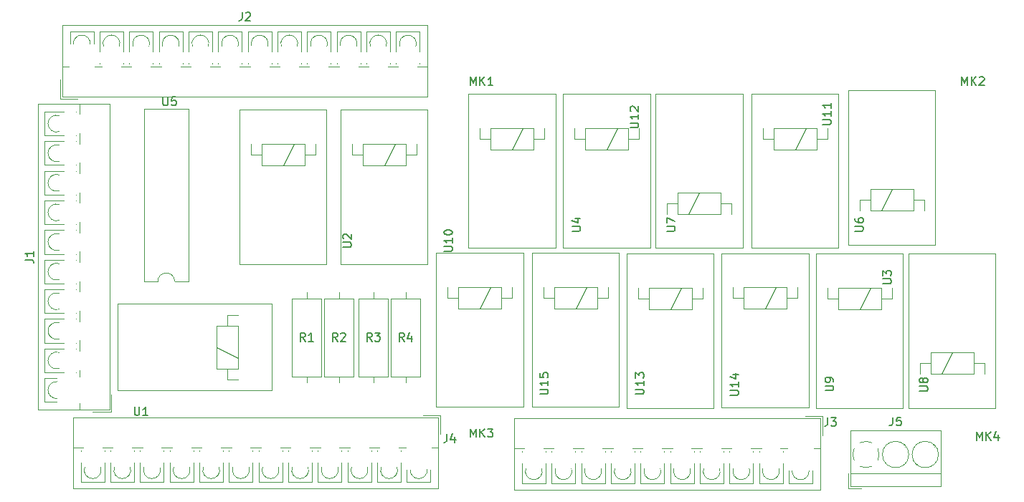
<source format=gto>
G04 #@! TF.GenerationSoftware,KiCad,Pcbnew,(5.1.5)-3*
G04 #@! TF.CreationDate,2020-02-21T15:06:44+08:00*
G04 #@! TF.ProjectId,Test,54657374-2e6b-4696-9361-645f70636258,rev?*
G04 #@! TF.SameCoordinates,Original*
G04 #@! TF.FileFunction,Legend,Top*
G04 #@! TF.FilePolarity,Positive*
%FSLAX46Y46*%
G04 Gerber Fmt 4.6, Leading zero omitted, Abs format (unit mm)*
G04 Created by KiCad (PCBNEW (5.1.5)-3) date 2020-02-21 15:06:44*
%MOMM*%
%LPD*%
G04 APERTURE LIST*
%ADD10C,0.120000*%
%ADD11C,0.150000*%
G04 APERTURE END LIST*
D10*
X153762000Y-103211000D02*
X155762000Y-103211000D01*
X153762000Y-100971000D02*
X153762000Y-103211000D01*
X196212000Y-99000000D02*
X196212000Y-99061000D01*
X196212000Y-95311000D02*
X196212000Y-97622000D01*
X193412000Y-99000000D02*
X193412000Y-99061000D01*
X193412000Y-95311000D02*
X193412000Y-97622000D01*
X196212000Y-99061000D02*
X196212000Y-99061000D01*
X193412000Y-99061000D02*
X193413000Y-99061000D01*
X193412000Y-95311000D02*
X196212000Y-95311000D01*
X192712000Y-99000000D02*
X192712000Y-99061000D01*
X192712000Y-95311000D02*
X192712000Y-97622000D01*
X189912000Y-99000000D02*
X189912000Y-99061000D01*
X189912000Y-95311000D02*
X189912000Y-97622000D01*
X192712000Y-99061000D02*
X192712000Y-99061000D01*
X189912000Y-99061000D02*
X189913000Y-99061000D01*
X189912000Y-95311000D02*
X192712000Y-95311000D01*
X189212000Y-99000000D02*
X189212000Y-99061000D01*
X189212000Y-95311000D02*
X189212000Y-97622000D01*
X186412000Y-99000000D02*
X186412000Y-99061000D01*
X186412000Y-95311000D02*
X186412000Y-97622000D01*
X189212000Y-99061000D02*
X189212000Y-99061000D01*
X186412000Y-99061000D02*
X186413000Y-99061000D01*
X186412000Y-95311000D02*
X189212000Y-95311000D01*
X185712000Y-99000000D02*
X185712000Y-99061000D01*
X185712000Y-95311000D02*
X185712000Y-97622000D01*
X182912000Y-99000000D02*
X182912000Y-99061000D01*
X182912000Y-95311000D02*
X182912000Y-97622000D01*
X185712000Y-99061000D02*
X185712000Y-99061000D01*
X182912000Y-99061000D02*
X182913000Y-99061000D01*
X182912000Y-95311000D02*
X185712000Y-95311000D01*
X182212000Y-99000000D02*
X182212000Y-99061000D01*
X182212000Y-95311000D02*
X182212000Y-97622000D01*
X179412000Y-99000000D02*
X179412000Y-99061000D01*
X179412000Y-95311000D02*
X179412000Y-97622000D01*
X182212000Y-99061000D02*
X182212000Y-99061000D01*
X179412000Y-99061000D02*
X179413000Y-99061000D01*
X179412000Y-95311000D02*
X182212000Y-95311000D01*
X178712000Y-99000000D02*
X178712000Y-99061000D01*
X178712000Y-95311000D02*
X178712000Y-97622000D01*
X175912000Y-99000000D02*
X175912000Y-99061000D01*
X175912000Y-95311000D02*
X175912000Y-97622000D01*
X178712000Y-99061000D02*
X178712000Y-99061000D01*
X175912000Y-99061000D02*
X175913000Y-99061000D01*
X175912000Y-95311000D02*
X178712000Y-95311000D01*
X175212000Y-99000000D02*
X175212000Y-99061000D01*
X175212000Y-95311000D02*
X175212000Y-97622000D01*
X172413000Y-99000000D02*
X172413000Y-99061000D01*
X172413000Y-95311000D02*
X172413000Y-97622000D01*
X175212000Y-99061000D02*
X175212000Y-99061000D01*
X172413000Y-99061000D02*
X172413000Y-99061000D01*
X172413000Y-95311000D02*
X175212000Y-95311000D01*
X171712000Y-99000000D02*
X171712000Y-99061000D01*
X171712000Y-95311000D02*
X171712000Y-97622000D01*
X168912000Y-99000000D02*
X168912000Y-99061000D01*
X168912000Y-95311000D02*
X168912000Y-97622000D01*
X171712000Y-99061000D02*
X171712000Y-99061000D01*
X168912000Y-99061000D02*
X168913000Y-99061000D01*
X168912000Y-95311000D02*
X171712000Y-95311000D01*
X168212000Y-99000000D02*
X168212000Y-99061000D01*
X168212000Y-95311000D02*
X168212000Y-97622000D01*
X165412000Y-99000000D02*
X165412000Y-99061000D01*
X165412000Y-95311000D02*
X165412000Y-97622000D01*
X168212000Y-99061000D02*
X168212000Y-99061000D01*
X165412000Y-99061000D02*
X165413000Y-99061000D01*
X165412000Y-95311000D02*
X168212000Y-95311000D01*
X164712000Y-99000000D02*
X164712000Y-99061000D01*
X164712000Y-95311000D02*
X164712000Y-97622000D01*
X161912000Y-99000000D02*
X161912000Y-99061000D01*
X161912000Y-95311000D02*
X161912000Y-97622000D01*
X164712000Y-99061000D02*
X164712000Y-99061000D01*
X161912000Y-99061000D02*
X161913000Y-99061000D01*
X161912000Y-95311000D02*
X164712000Y-95311000D01*
X161212000Y-99000000D02*
X161212000Y-99061000D01*
X161212000Y-95311000D02*
X161212000Y-97622000D01*
X158412000Y-99000000D02*
X158412000Y-99061000D01*
X158412000Y-95311000D02*
X158412000Y-97622000D01*
X161212000Y-99061000D02*
X161212000Y-99061000D01*
X158412000Y-99061000D02*
X158413000Y-99061000D01*
X158412000Y-95311000D02*
X161212000Y-95311000D01*
X157712000Y-95311000D02*
X157712000Y-96771000D01*
X154912000Y-95311000D02*
X154912000Y-96771000D01*
X154912000Y-95311000D02*
X157712000Y-95311000D01*
X197122000Y-94551000D02*
X197122000Y-102971000D01*
X154002000Y-94551000D02*
X154002000Y-102971000D01*
X154002000Y-102971000D02*
X197122000Y-102971000D01*
X154002000Y-94551000D02*
X197122000Y-94551000D01*
X195946000Y-99412000D02*
X197122000Y-99412000D01*
X192446000Y-99412000D02*
X193679000Y-99412000D01*
X188946000Y-99412000D02*
X190179000Y-99412000D01*
X185446000Y-99412000D02*
X186679000Y-99412000D01*
X181946000Y-99412000D02*
X183179000Y-99412000D01*
X178446000Y-99412000D02*
X179679000Y-99412000D01*
X174946000Y-99412000D02*
X176179000Y-99412000D01*
X171446000Y-99412000D02*
X172679000Y-99412000D01*
X167946000Y-99412000D02*
X169179000Y-99412000D01*
X164446000Y-99412000D02*
X165679000Y-99412000D01*
X160946000Y-99412000D02*
X162179000Y-99412000D01*
X157852000Y-99412000D02*
X158679000Y-99412000D01*
X154002000Y-99412000D02*
X154772000Y-99412000D01*
X193872085Y-97053233D02*
G75*
G02X195752000Y-97053000I939915J342233D01*
G01*
X190372085Y-97053233D02*
G75*
G02X192252000Y-97053000I939915J342233D01*
G01*
X186872085Y-97053233D02*
G75*
G02X188752000Y-97053000I939915J342233D01*
G01*
X183372085Y-97053233D02*
G75*
G02X185252000Y-97053000I939915J342233D01*
G01*
X179872085Y-97053233D02*
G75*
G02X181752000Y-97053000I939915J342233D01*
G01*
X176372085Y-97053233D02*
G75*
G02X178252000Y-97053000I939915J342233D01*
G01*
X172872085Y-97053233D02*
G75*
G02X174752000Y-97053000I939915J342233D01*
G01*
X169372085Y-97053233D02*
G75*
G02X171252000Y-97053000I939915J342233D01*
G01*
X165872085Y-97053233D02*
G75*
G02X167752000Y-97053000I939915J342233D01*
G01*
X162372085Y-97053233D02*
G75*
G02X164252000Y-97053000I939915J342233D01*
G01*
X158872085Y-97053233D02*
G75*
G02X160752000Y-97053000I939915J342233D01*
G01*
X155314110Y-96781566D02*
G75*
G02X157310000Y-96780000I997890J70566D01*
G01*
X253905000Y-139816000D02*
X264205000Y-139816000D01*
X253905000Y-121576000D02*
X253905000Y-139816000D01*
X264205000Y-121576000D02*
X253905000Y-121576000D01*
X253905000Y-121576000D02*
X253905000Y-139816000D01*
X264205000Y-139816000D02*
X264205000Y-121576000D01*
X256515000Y-135776000D02*
X256515000Y-134506000D01*
X261595000Y-135776000D02*
X256515000Y-135776000D01*
X261595000Y-133236000D02*
X261595000Y-135776000D01*
X256515000Y-133236000D02*
X261595000Y-133236000D01*
X256515000Y-134506000D02*
X256515000Y-133236000D01*
X255245000Y-134506000D02*
X256515000Y-134506000D01*
X255245000Y-135776000D02*
X255245000Y-134506000D01*
X262865000Y-134506000D02*
X262865000Y-135776000D01*
X261595000Y-134506000D02*
X262865000Y-134506000D01*
X257785000Y-135776000D02*
X259055000Y-133236000D01*
X163631500Y-124850500D02*
X165281500Y-124850500D01*
X163631500Y-104410500D02*
X163631500Y-124850500D01*
X168931500Y-104410500D02*
X163631500Y-104410500D01*
X168931500Y-124850500D02*
X168931500Y-104410500D01*
X167281500Y-124850500D02*
X168931500Y-124850500D01*
X165281500Y-124850500D02*
G75*
G02X167281500Y-124850500I1000000J0D01*
G01*
X194539000Y-126148000D02*
X194539000Y-126838000D01*
X194539000Y-136768000D02*
X194539000Y-136078000D01*
X192819000Y-126838000D02*
X192819000Y-136078000D01*
X196259000Y-126838000D02*
X192819000Y-126838000D01*
X196259000Y-136078000D02*
X196259000Y-126838000D01*
X192819000Y-136078000D02*
X196259000Y-136078000D01*
X190729000Y-126148000D02*
X190729000Y-126838000D01*
X190729000Y-136768000D02*
X190729000Y-136078000D01*
X189009000Y-126838000D02*
X189009000Y-136078000D01*
X192449000Y-126838000D02*
X189009000Y-126838000D01*
X192449000Y-136078000D02*
X192449000Y-126838000D01*
X189009000Y-136078000D02*
X192449000Y-136078000D01*
X185211000Y-104558000D02*
X174911000Y-104558000D01*
X185211000Y-122798000D02*
X185211000Y-104558000D01*
X174911000Y-122798000D02*
X185211000Y-122798000D01*
X185211000Y-122798000D02*
X185211000Y-104558000D01*
X174911000Y-104558000D02*
X174911000Y-122798000D01*
X182601000Y-108598000D02*
X182601000Y-109868000D01*
X177521000Y-108598000D02*
X182601000Y-108598000D01*
X177521000Y-111138000D02*
X177521000Y-108598000D01*
X182601000Y-111138000D02*
X177521000Y-111138000D01*
X182601000Y-109868000D02*
X182601000Y-111138000D01*
X183871000Y-109868000D02*
X182601000Y-109868000D01*
X183871000Y-108598000D02*
X183871000Y-109868000D01*
X176251000Y-109868000D02*
X176251000Y-108598000D01*
X177521000Y-109868000D02*
X176251000Y-109868000D01*
X181331000Y-108598000D02*
X180061000Y-111138000D01*
X208452000Y-121449000D02*
X198152000Y-121449000D01*
X208452000Y-139689000D02*
X208452000Y-121449000D01*
X198152000Y-139689000D02*
X208452000Y-139689000D01*
X208452000Y-139689000D02*
X208452000Y-121449000D01*
X198152000Y-121449000D02*
X198152000Y-139689000D01*
X205842000Y-125489000D02*
X205842000Y-126759000D01*
X200762000Y-125489000D02*
X205842000Y-125489000D01*
X200762000Y-128029000D02*
X200762000Y-125489000D01*
X205842000Y-128029000D02*
X200762000Y-128029000D01*
X205842000Y-126759000D02*
X205842000Y-128029000D01*
X207112000Y-126759000D02*
X205842000Y-126759000D01*
X207112000Y-125489000D02*
X207112000Y-126759000D01*
X199492000Y-126759000D02*
X199492000Y-125489000D01*
X200762000Y-126759000D02*
X199492000Y-126759000D01*
X204572000Y-125489000D02*
X203302000Y-128029000D01*
X230931000Y-121576000D02*
X220631000Y-121576000D01*
X230931000Y-139816000D02*
X230931000Y-121576000D01*
X220631000Y-139816000D02*
X230931000Y-139816000D01*
X230931000Y-139816000D02*
X230931000Y-121576000D01*
X220631000Y-121576000D02*
X220631000Y-139816000D01*
X228321000Y-125616000D02*
X228321000Y-126886000D01*
X223241000Y-125616000D02*
X228321000Y-125616000D01*
X223241000Y-128156000D02*
X223241000Y-125616000D01*
X228321000Y-128156000D02*
X223241000Y-128156000D01*
X228321000Y-126886000D02*
X228321000Y-128156000D01*
X229591000Y-126886000D02*
X228321000Y-126886000D01*
X229591000Y-125616000D02*
X229591000Y-126886000D01*
X221971000Y-126886000D02*
X221971000Y-125616000D01*
X223241000Y-126886000D02*
X221971000Y-126886000D01*
X227051000Y-125616000D02*
X225781000Y-128156000D01*
X219755000Y-121449000D02*
X209455000Y-121449000D01*
X219755000Y-139689000D02*
X219755000Y-121449000D01*
X209455000Y-139689000D02*
X219755000Y-139689000D01*
X219755000Y-139689000D02*
X219755000Y-121449000D01*
X209455000Y-121449000D02*
X209455000Y-139689000D01*
X217145000Y-125489000D02*
X217145000Y-126759000D01*
X212065000Y-125489000D02*
X217145000Y-125489000D01*
X212065000Y-128029000D02*
X212065000Y-125489000D01*
X217145000Y-128029000D02*
X212065000Y-128029000D01*
X217145000Y-126759000D02*
X217145000Y-128029000D01*
X218415000Y-126759000D02*
X217145000Y-126759000D01*
X218415000Y-125489000D02*
X218415000Y-126759000D01*
X210795000Y-126759000D02*
X210795000Y-125489000D01*
X212065000Y-126759000D02*
X210795000Y-126759000D01*
X215875000Y-125489000D02*
X214605000Y-128029000D01*
X224060000Y-120893000D02*
X234360000Y-120893000D01*
X224060000Y-102653000D02*
X224060000Y-120893000D01*
X234360000Y-102653000D02*
X224060000Y-102653000D01*
X224060000Y-102653000D02*
X224060000Y-120893000D01*
X234360000Y-120893000D02*
X234360000Y-102653000D01*
X226670000Y-116853000D02*
X226670000Y-115583000D01*
X231750000Y-116853000D02*
X226670000Y-116853000D01*
X231750000Y-114313000D02*
X231750000Y-116853000D01*
X226670000Y-114313000D02*
X231750000Y-114313000D01*
X226670000Y-115583000D02*
X226670000Y-114313000D01*
X225400000Y-115583000D02*
X226670000Y-115583000D01*
X225400000Y-116853000D02*
X225400000Y-115583000D01*
X233020000Y-115583000D02*
X233020000Y-116853000D01*
X231750000Y-115583000D02*
X233020000Y-115583000D01*
X227940000Y-116853000D02*
X229210000Y-114313000D01*
X246793000Y-120512000D02*
X257093000Y-120512000D01*
X246793000Y-102272000D02*
X246793000Y-120512000D01*
X257093000Y-102272000D02*
X246793000Y-102272000D01*
X246793000Y-102272000D02*
X246793000Y-120512000D01*
X257093000Y-120512000D02*
X257093000Y-102272000D01*
X249403000Y-116472000D02*
X249403000Y-115202000D01*
X254483000Y-116472000D02*
X249403000Y-116472000D01*
X254483000Y-113932000D02*
X254483000Y-116472000D01*
X249403000Y-113932000D02*
X254483000Y-113932000D01*
X249403000Y-115202000D02*
X249403000Y-113932000D01*
X248133000Y-115202000D02*
X249403000Y-115202000D01*
X248133000Y-116472000D02*
X248133000Y-115202000D01*
X255753000Y-115202000D02*
X255753000Y-116472000D01*
X254483000Y-115202000D02*
X255753000Y-115202000D01*
X250673000Y-116472000D02*
X251943000Y-113932000D01*
X197149000Y-104558000D02*
X186849000Y-104558000D01*
X197149000Y-122798000D02*
X197149000Y-104558000D01*
X186849000Y-122798000D02*
X197149000Y-122798000D01*
X197149000Y-122798000D02*
X197149000Y-104558000D01*
X186849000Y-104558000D02*
X186849000Y-122798000D01*
X194539000Y-108598000D02*
X194539000Y-109868000D01*
X189459000Y-108598000D02*
X194539000Y-108598000D01*
X189459000Y-111138000D02*
X189459000Y-108598000D01*
X194539000Y-111138000D02*
X189459000Y-111138000D01*
X194539000Y-109868000D02*
X194539000Y-111138000D01*
X195809000Y-109868000D02*
X194539000Y-109868000D01*
X195809000Y-108598000D02*
X195809000Y-109868000D01*
X188189000Y-109868000D02*
X188189000Y-108598000D01*
X189459000Y-109868000D02*
X188189000Y-109868000D01*
X193269000Y-108598000D02*
X191999000Y-111138000D01*
X242143000Y-121517000D02*
X231843000Y-121517000D01*
X242143000Y-139757000D02*
X242143000Y-121517000D01*
X231843000Y-139757000D02*
X242143000Y-139757000D01*
X242143000Y-139757000D02*
X242143000Y-121517000D01*
X231843000Y-121517000D02*
X231843000Y-139757000D01*
X239533000Y-125557000D02*
X239533000Y-126827000D01*
X234453000Y-125557000D02*
X239533000Y-125557000D01*
X234453000Y-128097000D02*
X234453000Y-125557000D01*
X239533000Y-128097000D02*
X234453000Y-128097000D01*
X239533000Y-126827000D02*
X239533000Y-128097000D01*
X240803000Y-126827000D02*
X239533000Y-126827000D01*
X240803000Y-125557000D02*
X240803000Y-126827000D01*
X233183000Y-126827000D02*
X233183000Y-125557000D01*
X234453000Y-126827000D02*
X233183000Y-126827000D01*
X238263000Y-125557000D02*
X236993000Y-128097000D01*
X253283000Y-121576000D02*
X242983000Y-121576000D01*
X253283000Y-139816000D02*
X253283000Y-121576000D01*
X242983000Y-139816000D02*
X253283000Y-139816000D01*
X253283000Y-139816000D02*
X253283000Y-121576000D01*
X242983000Y-121576000D02*
X242983000Y-139816000D01*
X250673000Y-125616000D02*
X250673000Y-126886000D01*
X245593000Y-125616000D02*
X250673000Y-125616000D01*
X245593000Y-128156000D02*
X245593000Y-125616000D01*
X250673000Y-128156000D02*
X245593000Y-128156000D01*
X250673000Y-126886000D02*
X250673000Y-128156000D01*
X251943000Y-126886000D02*
X250673000Y-126886000D01*
X251943000Y-125616000D02*
X251943000Y-126886000D01*
X244323000Y-126886000D02*
X244323000Y-125616000D01*
X245593000Y-126886000D02*
X244323000Y-126886000D01*
X249403000Y-125616000D02*
X248133000Y-128156000D01*
X223438000Y-102653000D02*
X213138000Y-102653000D01*
X223438000Y-120893000D02*
X223438000Y-102653000D01*
X213138000Y-120893000D02*
X223438000Y-120893000D01*
X223438000Y-120893000D02*
X223438000Y-102653000D01*
X213138000Y-102653000D02*
X213138000Y-120893000D01*
X220828000Y-106693000D02*
X220828000Y-107963000D01*
X215748000Y-106693000D02*
X220828000Y-106693000D01*
X215748000Y-109233000D02*
X215748000Y-106693000D01*
X220828000Y-109233000D02*
X215748000Y-109233000D01*
X220828000Y-107963000D02*
X220828000Y-109233000D01*
X222098000Y-107963000D02*
X220828000Y-107963000D01*
X222098000Y-106693000D02*
X222098000Y-107963000D01*
X214478000Y-107963000D02*
X214478000Y-106693000D01*
X215748000Y-107963000D02*
X214478000Y-107963000D01*
X219558000Y-106693000D02*
X218288000Y-109233000D01*
X245663000Y-102653000D02*
X235363000Y-102653000D01*
X245663000Y-120893000D02*
X245663000Y-102653000D01*
X235363000Y-120893000D02*
X245663000Y-120893000D01*
X245663000Y-120893000D02*
X245663000Y-102653000D01*
X235363000Y-102653000D02*
X235363000Y-120893000D01*
X243053000Y-106693000D02*
X243053000Y-107963000D01*
X237973000Y-106693000D02*
X243053000Y-106693000D01*
X237973000Y-109233000D02*
X237973000Y-106693000D01*
X243053000Y-109233000D02*
X237973000Y-109233000D01*
X243053000Y-107963000D02*
X243053000Y-109233000D01*
X244323000Y-107963000D02*
X243053000Y-107963000D01*
X244323000Y-106693000D02*
X244323000Y-107963000D01*
X236703000Y-107963000D02*
X236703000Y-106693000D01*
X237973000Y-107963000D02*
X236703000Y-107963000D01*
X241783000Y-106693000D02*
X240513000Y-109233000D01*
X212262000Y-102653000D02*
X201962000Y-102653000D01*
X212262000Y-120893000D02*
X212262000Y-102653000D01*
X201962000Y-120893000D02*
X212262000Y-120893000D01*
X212262000Y-120893000D02*
X212262000Y-102653000D01*
X201962000Y-102653000D02*
X201962000Y-120893000D01*
X209652000Y-106693000D02*
X209652000Y-107963000D01*
X204572000Y-106693000D02*
X209652000Y-106693000D01*
X204572000Y-109233000D02*
X204572000Y-106693000D01*
X209652000Y-109233000D02*
X204572000Y-109233000D01*
X209652000Y-107963000D02*
X209652000Y-109233000D01*
X210922000Y-107963000D02*
X209652000Y-107963000D01*
X210922000Y-106693000D02*
X210922000Y-107963000D01*
X203302000Y-107963000D02*
X203302000Y-106693000D01*
X204572000Y-107963000D02*
X203302000Y-107963000D01*
X208382000Y-106693000D02*
X207112000Y-109233000D01*
X178767000Y-137751000D02*
X178767000Y-127451000D01*
X160527000Y-137751000D02*
X178767000Y-137751000D01*
X160527000Y-127451000D02*
X160527000Y-137751000D01*
X160527000Y-137751000D02*
X178767000Y-137751000D01*
X178767000Y-127451000D02*
X160527000Y-127451000D01*
X174727000Y-135141000D02*
X173457000Y-135141000D01*
X174727000Y-130061000D02*
X174727000Y-135141000D01*
X172187000Y-130061000D02*
X174727000Y-130061000D01*
X172187000Y-135141000D02*
X172187000Y-130061000D01*
X173457000Y-135141000D02*
X172187000Y-135141000D01*
X173457000Y-136411000D02*
X173457000Y-135141000D01*
X174727000Y-136411000D02*
X173457000Y-136411000D01*
X173457000Y-128791000D02*
X174727000Y-128791000D01*
X173457000Y-130061000D02*
X173457000Y-128791000D01*
X174727000Y-133871000D02*
X172187000Y-132601000D01*
X198643000Y-140655000D02*
X196643000Y-140655000D01*
X198643000Y-142895000D02*
X198643000Y-140655000D01*
X156193000Y-144866000D02*
X156193000Y-144805000D01*
X156193000Y-148555000D02*
X156193000Y-146244000D01*
X158993000Y-144866000D02*
X158993000Y-144805000D01*
X158993000Y-148555000D02*
X158993000Y-146244000D01*
X156193000Y-144805000D02*
X156193000Y-144805000D01*
X158993000Y-144805000D02*
X158992000Y-144805000D01*
X158993000Y-148555000D02*
X156193000Y-148555000D01*
X159693000Y-144866000D02*
X159693000Y-144805000D01*
X159693000Y-148555000D02*
X159693000Y-146244000D01*
X162493000Y-144866000D02*
X162493000Y-144805000D01*
X162493000Y-148555000D02*
X162493000Y-146244000D01*
X159693000Y-144805000D02*
X159693000Y-144805000D01*
X162493000Y-144805000D02*
X162492000Y-144805000D01*
X162493000Y-148555000D02*
X159693000Y-148555000D01*
X163193000Y-144866000D02*
X163193000Y-144805000D01*
X163193000Y-148555000D02*
X163193000Y-146244000D01*
X165993000Y-144866000D02*
X165993000Y-144805000D01*
X165993000Y-148555000D02*
X165993000Y-146244000D01*
X163193000Y-144805000D02*
X163193000Y-144805000D01*
X165993000Y-144805000D02*
X165992000Y-144805000D01*
X165993000Y-148555000D02*
X163193000Y-148555000D01*
X166693000Y-144866000D02*
X166693000Y-144805000D01*
X166693000Y-148555000D02*
X166693000Y-146244000D01*
X169493000Y-144866000D02*
X169493000Y-144805000D01*
X169493000Y-148555000D02*
X169493000Y-146244000D01*
X166693000Y-144805000D02*
X166693000Y-144805000D01*
X169493000Y-144805000D02*
X169492000Y-144805000D01*
X169493000Y-148555000D02*
X166693000Y-148555000D01*
X170193000Y-144866000D02*
X170193000Y-144805000D01*
X170193000Y-148555000D02*
X170193000Y-146244000D01*
X172993000Y-144866000D02*
X172993000Y-144805000D01*
X172993000Y-148555000D02*
X172993000Y-146244000D01*
X170193000Y-144805000D02*
X170193000Y-144805000D01*
X172993000Y-144805000D02*
X172992000Y-144805000D01*
X172993000Y-148555000D02*
X170193000Y-148555000D01*
X173693000Y-144866000D02*
X173693000Y-144805000D01*
X173693000Y-148555000D02*
X173693000Y-146244000D01*
X176493000Y-144866000D02*
X176493000Y-144805000D01*
X176493000Y-148555000D02*
X176493000Y-146244000D01*
X173693000Y-144805000D02*
X173693000Y-144805000D01*
X176493000Y-144805000D02*
X176492000Y-144805000D01*
X176493000Y-148555000D02*
X173693000Y-148555000D01*
X177193000Y-144866000D02*
X177193000Y-144805000D01*
X177193000Y-148555000D02*
X177193000Y-146244000D01*
X179992000Y-144866000D02*
X179992000Y-144805000D01*
X179992000Y-148555000D02*
X179992000Y-146244000D01*
X177193000Y-144805000D02*
X177193000Y-144805000D01*
X179992000Y-144805000D02*
X179992000Y-144805000D01*
X179992000Y-148555000D02*
X177193000Y-148555000D01*
X180693000Y-144866000D02*
X180693000Y-144805000D01*
X180693000Y-148555000D02*
X180693000Y-146244000D01*
X183493000Y-144866000D02*
X183493000Y-144805000D01*
X183493000Y-148555000D02*
X183493000Y-146244000D01*
X180693000Y-144805000D02*
X180693000Y-144805000D01*
X183493000Y-144805000D02*
X183492000Y-144805000D01*
X183493000Y-148555000D02*
X180693000Y-148555000D01*
X184193000Y-144866000D02*
X184193000Y-144805000D01*
X184193000Y-148555000D02*
X184193000Y-146244000D01*
X186993000Y-144866000D02*
X186993000Y-144805000D01*
X186993000Y-148555000D02*
X186993000Y-146244000D01*
X184193000Y-144805000D02*
X184193000Y-144805000D01*
X186993000Y-144805000D02*
X186992000Y-144805000D01*
X186993000Y-148555000D02*
X184193000Y-148555000D01*
X187693000Y-144866000D02*
X187693000Y-144805000D01*
X187693000Y-148555000D02*
X187693000Y-146244000D01*
X190493000Y-144866000D02*
X190493000Y-144805000D01*
X190493000Y-148555000D02*
X190493000Y-146244000D01*
X187693000Y-144805000D02*
X187693000Y-144805000D01*
X190493000Y-144805000D02*
X190492000Y-144805000D01*
X190493000Y-148555000D02*
X187693000Y-148555000D01*
X191193000Y-144866000D02*
X191193000Y-144805000D01*
X191193000Y-148555000D02*
X191193000Y-146244000D01*
X193993000Y-144866000D02*
X193993000Y-144805000D01*
X193993000Y-148555000D02*
X193993000Y-146244000D01*
X191193000Y-144805000D02*
X191193000Y-144805000D01*
X193993000Y-144805000D02*
X193992000Y-144805000D01*
X193993000Y-148555000D02*
X191193000Y-148555000D01*
X194693000Y-148555000D02*
X194693000Y-147095000D01*
X197493000Y-148555000D02*
X197493000Y-147095000D01*
X197493000Y-148555000D02*
X194693000Y-148555000D01*
X155283000Y-149315000D02*
X155283000Y-140895000D01*
X198403000Y-149315000D02*
X198403000Y-140895000D01*
X198403000Y-140895000D02*
X155283000Y-140895000D01*
X198403000Y-149315000D02*
X155283000Y-149315000D01*
X156459000Y-144454000D02*
X155283000Y-144454000D01*
X159959000Y-144454000D02*
X158726000Y-144454000D01*
X163459000Y-144454000D02*
X162226000Y-144454000D01*
X166959000Y-144454000D02*
X165726000Y-144454000D01*
X170459000Y-144454000D02*
X169226000Y-144454000D01*
X173959000Y-144454000D02*
X172726000Y-144454000D01*
X177459000Y-144454000D02*
X176226000Y-144454000D01*
X180959000Y-144454000D02*
X179726000Y-144454000D01*
X184459000Y-144454000D02*
X183226000Y-144454000D01*
X187959000Y-144454000D02*
X186726000Y-144454000D01*
X191459000Y-144454000D02*
X190226000Y-144454000D01*
X194553000Y-144454000D02*
X193726000Y-144454000D01*
X198403000Y-144454000D02*
X197633000Y-144454000D01*
X158532915Y-146812767D02*
G75*
G02X156653000Y-146813000I-939915J-342233D01*
G01*
X162032915Y-146812767D02*
G75*
G02X160153000Y-146813000I-939915J-342233D01*
G01*
X165532915Y-146812767D02*
G75*
G02X163653000Y-146813000I-939915J-342233D01*
G01*
X169032915Y-146812767D02*
G75*
G02X167153000Y-146813000I-939915J-342233D01*
G01*
X172532915Y-146812767D02*
G75*
G02X170653000Y-146813000I-939915J-342233D01*
G01*
X176032915Y-146812767D02*
G75*
G02X174153000Y-146813000I-939915J-342233D01*
G01*
X179532915Y-146812767D02*
G75*
G02X177653000Y-146813000I-939915J-342233D01*
G01*
X183032915Y-146812767D02*
G75*
G02X181153000Y-146813000I-939915J-342233D01*
G01*
X186532915Y-146812767D02*
G75*
G02X184653000Y-146813000I-939915J-342233D01*
G01*
X190032915Y-146812767D02*
G75*
G02X188153000Y-146813000I-939915J-342233D01*
G01*
X193532915Y-146812767D02*
G75*
G02X191653000Y-146813000I-939915J-342233D01*
G01*
X197090890Y-147084434D02*
G75*
G02X195095000Y-147086000I-997890J-70566D01*
G01*
X243728000Y-140782000D02*
X241728000Y-140782000D01*
X243728000Y-143022000D02*
X243728000Y-140782000D01*
X208278000Y-144993000D02*
X208278000Y-144932000D01*
X208278000Y-148682000D02*
X208278000Y-146371000D01*
X211078000Y-144993000D02*
X211078000Y-144932000D01*
X211078000Y-148682000D02*
X211078000Y-146371000D01*
X208278000Y-144932000D02*
X208278000Y-144932000D01*
X211078000Y-144932000D02*
X211077000Y-144932000D01*
X211078000Y-148682000D02*
X208278000Y-148682000D01*
X211778000Y-144993000D02*
X211778000Y-144932000D01*
X211778000Y-148682000D02*
X211778000Y-146371000D01*
X214578000Y-144993000D02*
X214578000Y-144932000D01*
X214578000Y-148682000D02*
X214578000Y-146371000D01*
X211778000Y-144932000D02*
X211778000Y-144932000D01*
X214578000Y-144932000D02*
X214577000Y-144932000D01*
X214578000Y-148682000D02*
X211778000Y-148682000D01*
X215278000Y-144993000D02*
X215278000Y-144932000D01*
X215278000Y-148682000D02*
X215278000Y-146371000D01*
X218078000Y-144993000D02*
X218078000Y-144932000D01*
X218078000Y-148682000D02*
X218078000Y-146371000D01*
X215278000Y-144932000D02*
X215278000Y-144932000D01*
X218078000Y-144932000D02*
X218077000Y-144932000D01*
X218078000Y-148682000D02*
X215278000Y-148682000D01*
X218778000Y-144993000D02*
X218778000Y-144932000D01*
X218778000Y-148682000D02*
X218778000Y-146371000D01*
X221578000Y-144993000D02*
X221578000Y-144932000D01*
X221578000Y-148682000D02*
X221578000Y-146371000D01*
X218778000Y-144932000D02*
X218778000Y-144932000D01*
X221578000Y-144932000D02*
X221577000Y-144932000D01*
X221578000Y-148682000D02*
X218778000Y-148682000D01*
X222278000Y-144993000D02*
X222278000Y-144932000D01*
X222278000Y-148682000D02*
X222278000Y-146371000D01*
X225077000Y-144993000D02*
X225077000Y-144932000D01*
X225077000Y-148682000D02*
X225077000Y-146371000D01*
X222278000Y-144932000D02*
X222278000Y-144932000D01*
X225077000Y-144932000D02*
X225077000Y-144932000D01*
X225077000Y-148682000D02*
X222278000Y-148682000D01*
X225778000Y-144993000D02*
X225778000Y-144932000D01*
X225778000Y-148682000D02*
X225778000Y-146371000D01*
X228578000Y-144993000D02*
X228578000Y-144932000D01*
X228578000Y-148682000D02*
X228578000Y-146371000D01*
X225778000Y-144932000D02*
X225778000Y-144932000D01*
X228578000Y-144932000D02*
X228577000Y-144932000D01*
X228578000Y-148682000D02*
X225778000Y-148682000D01*
X229278000Y-144993000D02*
X229278000Y-144932000D01*
X229278000Y-148682000D02*
X229278000Y-146371000D01*
X232078000Y-144993000D02*
X232078000Y-144932000D01*
X232078000Y-148682000D02*
X232078000Y-146371000D01*
X229278000Y-144932000D02*
X229278000Y-144932000D01*
X232078000Y-144932000D02*
X232077000Y-144932000D01*
X232078000Y-148682000D02*
X229278000Y-148682000D01*
X232778000Y-144993000D02*
X232778000Y-144932000D01*
X232778000Y-148682000D02*
X232778000Y-146371000D01*
X235578000Y-144993000D02*
X235578000Y-144932000D01*
X235578000Y-148682000D02*
X235578000Y-146371000D01*
X232778000Y-144932000D02*
X232778000Y-144932000D01*
X235578000Y-144932000D02*
X235577000Y-144932000D01*
X235578000Y-148682000D02*
X232778000Y-148682000D01*
X236278000Y-144993000D02*
X236278000Y-144932000D01*
X236278000Y-148682000D02*
X236278000Y-146371000D01*
X239078000Y-144993000D02*
X239078000Y-144932000D01*
X239078000Y-148682000D02*
X239078000Y-146371000D01*
X236278000Y-144932000D02*
X236278000Y-144932000D01*
X239078000Y-144932000D02*
X239077000Y-144932000D01*
X239078000Y-148682000D02*
X236278000Y-148682000D01*
X239778000Y-148682000D02*
X239778000Y-147222000D01*
X242578000Y-148682000D02*
X242578000Y-147222000D01*
X242578000Y-148682000D02*
X239778000Y-148682000D01*
X207368000Y-149442000D02*
X207368000Y-141022000D01*
X243488000Y-149442000D02*
X243488000Y-141022000D01*
X243488000Y-141022000D02*
X207368000Y-141022000D01*
X243488000Y-149442000D02*
X207368000Y-149442000D01*
X208544000Y-144581000D02*
X207368000Y-144581000D01*
X212044000Y-144581000D02*
X210811000Y-144581000D01*
X215544000Y-144581000D02*
X214311000Y-144581000D01*
X219044000Y-144581000D02*
X217811000Y-144581000D01*
X222544000Y-144581000D02*
X221311000Y-144581000D01*
X226044000Y-144581000D02*
X224811000Y-144581000D01*
X229544000Y-144581000D02*
X228311000Y-144581000D01*
X233044000Y-144581000D02*
X231811000Y-144581000D01*
X236544000Y-144581000D02*
X235311000Y-144581000D01*
X239638000Y-144581000D02*
X238811000Y-144581000D01*
X243488000Y-144581000D02*
X242718000Y-144581000D01*
X210617915Y-146939767D02*
G75*
G02X208738000Y-146940000I-939915J-342233D01*
G01*
X214117915Y-146939767D02*
G75*
G02X212238000Y-146940000I-939915J-342233D01*
G01*
X217617915Y-146939767D02*
G75*
G02X215738000Y-146940000I-939915J-342233D01*
G01*
X221117915Y-146939767D02*
G75*
G02X219238000Y-146940000I-939915J-342233D01*
G01*
X224617915Y-146939767D02*
G75*
G02X222738000Y-146940000I-939915J-342233D01*
G01*
X228117915Y-146939767D02*
G75*
G02X226238000Y-146940000I-939915J-342233D01*
G01*
X231617915Y-146939767D02*
G75*
G02X229738000Y-146940000I-939915J-342233D01*
G01*
X235117915Y-146939767D02*
G75*
G02X233238000Y-146940000I-939915J-342233D01*
G01*
X238617915Y-146939767D02*
G75*
G02X236738000Y-146940000I-939915J-342233D01*
G01*
X242175890Y-147211434D02*
G75*
G02X240180000Y-147213000I-997890J-70566D01*
G01*
X159815000Y-140231000D02*
X159815000Y-138231000D01*
X157575000Y-140231000D02*
X159815000Y-140231000D01*
X155604000Y-104781000D02*
X155665000Y-104781000D01*
X151915000Y-104781000D02*
X154226000Y-104781000D01*
X155604000Y-107581000D02*
X155665000Y-107581000D01*
X151915000Y-107581000D02*
X154226000Y-107581000D01*
X155665000Y-104781000D02*
X155665000Y-104781000D01*
X155665000Y-107581000D02*
X155665000Y-107580000D01*
X151915000Y-107581000D02*
X151915000Y-104781000D01*
X155604000Y-108281000D02*
X155665000Y-108281000D01*
X151915000Y-108281000D02*
X154226000Y-108281000D01*
X155604000Y-111081000D02*
X155665000Y-111081000D01*
X151915000Y-111081000D02*
X154226000Y-111081000D01*
X155665000Y-108281000D02*
X155665000Y-108281000D01*
X155665000Y-111081000D02*
X155665000Y-111080000D01*
X151915000Y-111081000D02*
X151915000Y-108281000D01*
X155604000Y-111781000D02*
X155665000Y-111781000D01*
X151915000Y-111781000D02*
X154226000Y-111781000D01*
X155604000Y-114581000D02*
X155665000Y-114581000D01*
X151915000Y-114581000D02*
X154226000Y-114581000D01*
X155665000Y-111781000D02*
X155665000Y-111781000D01*
X155665000Y-114581000D02*
X155665000Y-114580000D01*
X151915000Y-114581000D02*
X151915000Y-111781000D01*
X155604000Y-115281000D02*
X155665000Y-115281000D01*
X151915000Y-115281000D02*
X154226000Y-115281000D01*
X155604000Y-118081000D02*
X155665000Y-118081000D01*
X151915000Y-118081000D02*
X154226000Y-118081000D01*
X155665000Y-115281000D02*
X155665000Y-115281000D01*
X155665000Y-118081000D02*
X155665000Y-118080000D01*
X151915000Y-118081000D02*
X151915000Y-115281000D01*
X155604000Y-118781000D02*
X155665000Y-118781000D01*
X151915000Y-118781000D02*
X154226000Y-118781000D01*
X155604000Y-121580000D02*
X155665000Y-121580000D01*
X151915000Y-121580000D02*
X154226000Y-121580000D01*
X155665000Y-118781000D02*
X155665000Y-118781000D01*
X155665000Y-121580000D02*
X155665000Y-121580000D01*
X151915000Y-121580000D02*
X151915000Y-118781000D01*
X155604000Y-122281000D02*
X155665000Y-122281000D01*
X151915000Y-122281000D02*
X154226000Y-122281000D01*
X155604000Y-125081000D02*
X155665000Y-125081000D01*
X151915000Y-125081000D02*
X154226000Y-125081000D01*
X155665000Y-122281000D02*
X155665000Y-122281000D01*
X155665000Y-125081000D02*
X155665000Y-125080000D01*
X151915000Y-125081000D02*
X151915000Y-122281000D01*
X155604000Y-125781000D02*
X155665000Y-125781000D01*
X151915000Y-125781000D02*
X154226000Y-125781000D01*
X155604000Y-128581000D02*
X155665000Y-128581000D01*
X151915000Y-128581000D02*
X154226000Y-128581000D01*
X155665000Y-125781000D02*
X155665000Y-125781000D01*
X155665000Y-128581000D02*
X155665000Y-128580000D01*
X151915000Y-128581000D02*
X151915000Y-125781000D01*
X155604000Y-129281000D02*
X155665000Y-129281000D01*
X151915000Y-129281000D02*
X154226000Y-129281000D01*
X155604000Y-132081000D02*
X155665000Y-132081000D01*
X151915000Y-132081000D02*
X154226000Y-132081000D01*
X155665000Y-129281000D02*
X155665000Y-129281000D01*
X155665000Y-132081000D02*
X155665000Y-132080000D01*
X151915000Y-132081000D02*
X151915000Y-129281000D01*
X155604000Y-132781000D02*
X155665000Y-132781000D01*
X151915000Y-132781000D02*
X154226000Y-132781000D01*
X155604000Y-135581000D02*
X155665000Y-135581000D01*
X151915000Y-135581000D02*
X154226000Y-135581000D01*
X155665000Y-132781000D02*
X155665000Y-132781000D01*
X155665000Y-135581000D02*
X155665000Y-135580000D01*
X151915000Y-135581000D02*
X151915000Y-132781000D01*
X151915000Y-136281000D02*
X153375000Y-136281000D01*
X151915000Y-139081000D02*
X153375000Y-139081000D01*
X151915000Y-139081000D02*
X151915000Y-136281000D01*
X151155000Y-103871000D02*
X159575000Y-103871000D01*
X151155000Y-139991000D02*
X159575000Y-139991000D01*
X159575000Y-139991000D02*
X159575000Y-103871000D01*
X151155000Y-139991000D02*
X151155000Y-103871000D01*
X156016000Y-105047000D02*
X156016000Y-103871000D01*
X156016000Y-108547000D02*
X156016000Y-107314000D01*
X156016000Y-112047000D02*
X156016000Y-110814000D01*
X156016000Y-115547000D02*
X156016000Y-114314000D01*
X156016000Y-119047000D02*
X156016000Y-117814000D01*
X156016000Y-122547000D02*
X156016000Y-121314000D01*
X156016000Y-126047000D02*
X156016000Y-124814000D01*
X156016000Y-129547000D02*
X156016000Y-128314000D01*
X156016000Y-133047000D02*
X156016000Y-131814000D01*
X156016000Y-136141000D02*
X156016000Y-135314000D01*
X156016000Y-139991000D02*
X156016000Y-139221000D01*
X153657233Y-107120915D02*
G75*
G02X153657000Y-105241000I-342233J939915D01*
G01*
X153657233Y-110620915D02*
G75*
G02X153657000Y-108741000I-342233J939915D01*
G01*
X153657233Y-114120915D02*
G75*
G02X153657000Y-112241000I-342233J939915D01*
G01*
X153657233Y-117620915D02*
G75*
G02X153657000Y-115741000I-342233J939915D01*
G01*
X153657233Y-121120915D02*
G75*
G02X153657000Y-119241000I-342233J939915D01*
G01*
X153657233Y-124620915D02*
G75*
G02X153657000Y-122741000I-342233J939915D01*
G01*
X153657233Y-128120915D02*
G75*
G02X153657000Y-126241000I-342233J939915D01*
G01*
X153657233Y-131620915D02*
G75*
G02X153657000Y-129741000I-342233J939915D01*
G01*
X153657233Y-135120915D02*
G75*
G02X153657000Y-133241000I-342233J939915D01*
G01*
X153385566Y-138678890D02*
G75*
G02X153384000Y-136683000I-70566J997890D01*
G01*
X186665000Y-126148000D02*
X186665000Y-126838000D01*
X186665000Y-136768000D02*
X186665000Y-136078000D01*
X184945000Y-126838000D02*
X184945000Y-136078000D01*
X188385000Y-126838000D02*
X184945000Y-126838000D01*
X188385000Y-136078000D02*
X188385000Y-126838000D01*
X184945000Y-136078000D02*
X188385000Y-136078000D01*
X182855000Y-126148000D02*
X182855000Y-126838000D01*
X182855000Y-136768000D02*
X182855000Y-136078000D01*
X181135000Y-126838000D02*
X181135000Y-136078000D01*
X184575000Y-126838000D02*
X181135000Y-126838000D01*
X184575000Y-136078000D02*
X184575000Y-126838000D01*
X181135000Y-136078000D02*
X184575000Y-136078000D01*
X246845000Y-149301000D02*
X248345000Y-149301000D01*
X246845000Y-147561000D02*
X246845000Y-149301000D01*
X254792000Y-146215000D02*
X254716000Y-146291000D01*
X256885000Y-144121000D02*
X256831000Y-144175000D01*
X254960000Y-146426000D02*
X254906000Y-146481000D01*
X257075000Y-144311000D02*
X256999000Y-144387000D01*
X251292000Y-146215000D02*
X251216000Y-146291000D01*
X253385000Y-144121000D02*
X253331000Y-144175000D01*
X251460000Y-146426000D02*
X251406000Y-146481000D01*
X253575000Y-144311000D02*
X253499000Y-144387000D01*
X257705000Y-142441000D02*
X257705000Y-149061000D01*
X247085000Y-142441000D02*
X247085000Y-149061000D01*
X247085000Y-149061000D02*
X257705000Y-149061000D01*
X247085000Y-142441000D02*
X257705000Y-142441000D01*
X247085000Y-147501000D02*
X257705000Y-147501000D01*
X257450000Y-145301000D02*
G75*
G03X257450000Y-145301000I-1555000J0D01*
G01*
X253950000Y-145301000D02*
G75*
G03X253950000Y-145301000I-1555000J0D01*
G01*
X248921444Y-146856681D02*
G75*
G02X248188000Y-146687000I-26444J1555681D01*
G01*
X247508355Y-146006733D02*
G75*
G02X247509000Y-144594000I1386645J705733D01*
G01*
X248189267Y-143914355D02*
G75*
G02X249602000Y-143915000I705733J-1386645D01*
G01*
X250281645Y-144595267D02*
G75*
G02X250281000Y-146008000I-1386645J-705733D01*
G01*
X249600955Y-146686515D02*
G75*
G02X248895000Y-146856000I-705955J1385515D01*
G01*
D11*
X175228666Y-93003380D02*
X175228666Y-93717666D01*
X175181047Y-93860523D01*
X175085809Y-93955761D01*
X174942952Y-94003380D01*
X174847714Y-94003380D01*
X175657238Y-93098619D02*
X175704857Y-93051000D01*
X175800095Y-93003380D01*
X176038190Y-93003380D01*
X176133428Y-93051000D01*
X176181047Y-93098619D01*
X176228666Y-93193857D01*
X176228666Y-93289095D01*
X176181047Y-93431952D01*
X175609619Y-94003380D01*
X176228666Y-94003380D01*
X250887380Y-125107904D02*
X251696904Y-125107904D01*
X251792142Y-125060285D01*
X251839761Y-125012666D01*
X251887380Y-124917428D01*
X251887380Y-124726952D01*
X251839761Y-124631714D01*
X251792142Y-124584095D01*
X251696904Y-124536476D01*
X250887380Y-124536476D01*
X250887380Y-124155523D02*
X250887380Y-123536476D01*
X251268333Y-123869809D01*
X251268333Y-123726952D01*
X251315952Y-123631714D01*
X251363571Y-123584095D01*
X251458809Y-123536476D01*
X251696904Y-123536476D01*
X251792142Y-123584095D01*
X251839761Y-123631714D01*
X251887380Y-123726952D01*
X251887380Y-124012666D01*
X251839761Y-124107904D01*
X251792142Y-124155523D01*
X165900595Y-103033880D02*
X165900595Y-103843404D01*
X165948214Y-103938642D01*
X165995833Y-103986261D01*
X166091071Y-104033880D01*
X166281547Y-104033880D01*
X166376785Y-103986261D01*
X166424404Y-103938642D01*
X166472023Y-103843404D01*
X166472023Y-103033880D01*
X167424404Y-103033880D02*
X166948214Y-103033880D01*
X166900595Y-103510071D01*
X166948214Y-103462452D01*
X167043452Y-103414833D01*
X167281547Y-103414833D01*
X167376785Y-103462452D01*
X167424404Y-103510071D01*
X167472023Y-103605309D01*
X167472023Y-103843404D01*
X167424404Y-103938642D01*
X167376785Y-103986261D01*
X167281547Y-104033880D01*
X167043452Y-104033880D01*
X166948214Y-103986261D01*
X166900595Y-103938642D01*
X194372333Y-131910380D02*
X194039000Y-131434190D01*
X193800904Y-131910380D02*
X193800904Y-130910380D01*
X194181857Y-130910380D01*
X194277095Y-130958000D01*
X194324714Y-131005619D01*
X194372333Y-131100857D01*
X194372333Y-131243714D01*
X194324714Y-131338952D01*
X194277095Y-131386571D01*
X194181857Y-131434190D01*
X193800904Y-131434190D01*
X195229476Y-131243714D02*
X195229476Y-131910380D01*
X194991380Y-130862761D02*
X194753285Y-131577047D01*
X195372333Y-131577047D01*
X190562333Y-131910380D02*
X190229000Y-131434190D01*
X189990904Y-131910380D02*
X189990904Y-130910380D01*
X190371857Y-130910380D01*
X190467095Y-130958000D01*
X190514714Y-131005619D01*
X190562333Y-131100857D01*
X190562333Y-131243714D01*
X190514714Y-131338952D01*
X190467095Y-131386571D01*
X190371857Y-131434190D01*
X189990904Y-131434190D01*
X190895666Y-130910380D02*
X191514714Y-130910380D01*
X191181380Y-131291333D01*
X191324238Y-131291333D01*
X191419476Y-131338952D01*
X191467095Y-131386571D01*
X191514714Y-131481809D01*
X191514714Y-131719904D01*
X191467095Y-131815142D01*
X191419476Y-131862761D01*
X191324238Y-131910380D01*
X191038523Y-131910380D01*
X190943285Y-131862761D01*
X190895666Y-131815142D01*
X187133380Y-120789904D02*
X187942904Y-120789904D01*
X188038142Y-120742285D01*
X188085761Y-120694666D01*
X188133380Y-120599428D01*
X188133380Y-120408952D01*
X188085761Y-120313714D01*
X188038142Y-120266095D01*
X187942904Y-120218476D01*
X187133380Y-120218476D01*
X187228619Y-119789904D02*
X187181000Y-119742285D01*
X187133380Y-119647047D01*
X187133380Y-119408952D01*
X187181000Y-119313714D01*
X187228619Y-119266095D01*
X187323857Y-119218476D01*
X187419095Y-119218476D01*
X187561952Y-119266095D01*
X188133380Y-119837523D01*
X188133380Y-119218476D01*
X210374380Y-138157095D02*
X211183904Y-138157095D01*
X211279142Y-138109476D01*
X211326761Y-138061857D01*
X211374380Y-137966619D01*
X211374380Y-137776142D01*
X211326761Y-137680904D01*
X211279142Y-137633285D01*
X211183904Y-137585666D01*
X210374380Y-137585666D01*
X211374380Y-136585666D02*
X211374380Y-137157095D01*
X211374380Y-136871380D02*
X210374380Y-136871380D01*
X210517238Y-136966619D01*
X210612476Y-137061857D01*
X210660095Y-137157095D01*
X210374380Y-135680904D02*
X210374380Y-136157095D01*
X210850571Y-136204714D01*
X210802952Y-136157095D01*
X210755333Y-136061857D01*
X210755333Y-135823761D01*
X210802952Y-135728523D01*
X210850571Y-135680904D01*
X210945809Y-135633285D01*
X211183904Y-135633285D01*
X211279142Y-135680904D01*
X211326761Y-135728523D01*
X211374380Y-135823761D01*
X211374380Y-136061857D01*
X211326761Y-136157095D01*
X211279142Y-136204714D01*
X232853380Y-138284095D02*
X233662904Y-138284095D01*
X233758142Y-138236476D01*
X233805761Y-138188857D01*
X233853380Y-138093619D01*
X233853380Y-137903142D01*
X233805761Y-137807904D01*
X233758142Y-137760285D01*
X233662904Y-137712666D01*
X232853380Y-137712666D01*
X233853380Y-136712666D02*
X233853380Y-137284095D01*
X233853380Y-136998380D02*
X232853380Y-136998380D01*
X232996238Y-137093619D01*
X233091476Y-137188857D01*
X233139095Y-137284095D01*
X233186714Y-135855523D02*
X233853380Y-135855523D01*
X232805761Y-136093619D02*
X233520047Y-136331714D01*
X233520047Y-135712666D01*
X221677380Y-138157095D02*
X222486904Y-138157095D01*
X222582142Y-138109476D01*
X222629761Y-138061857D01*
X222677380Y-137966619D01*
X222677380Y-137776142D01*
X222629761Y-137680904D01*
X222582142Y-137633285D01*
X222486904Y-137585666D01*
X221677380Y-137585666D01*
X222677380Y-136585666D02*
X222677380Y-137157095D01*
X222677380Y-136871380D02*
X221677380Y-136871380D01*
X221820238Y-136966619D01*
X221915476Y-137061857D01*
X221963095Y-137157095D01*
X221677380Y-136252333D02*
X221677380Y-135633285D01*
X222058333Y-135966619D01*
X222058333Y-135823761D01*
X222105952Y-135728523D01*
X222153571Y-135680904D01*
X222248809Y-135633285D01*
X222486904Y-135633285D01*
X222582142Y-135680904D01*
X222629761Y-135728523D01*
X222677380Y-135823761D01*
X222677380Y-136109476D01*
X222629761Y-136204714D01*
X222582142Y-136252333D01*
X221042380Y-106661095D02*
X221851904Y-106661095D01*
X221947142Y-106613476D01*
X221994761Y-106565857D01*
X222042380Y-106470619D01*
X222042380Y-106280142D01*
X221994761Y-106184904D01*
X221947142Y-106137285D01*
X221851904Y-106089666D01*
X221042380Y-106089666D01*
X222042380Y-105089666D02*
X222042380Y-105661095D01*
X222042380Y-105375380D02*
X221042380Y-105375380D01*
X221185238Y-105470619D01*
X221280476Y-105565857D01*
X221328095Y-105661095D01*
X221137619Y-104708714D02*
X221090000Y-104661095D01*
X221042380Y-104565857D01*
X221042380Y-104327761D01*
X221090000Y-104232523D01*
X221137619Y-104184904D01*
X221232857Y-104137285D01*
X221328095Y-104137285D01*
X221470952Y-104184904D01*
X222042380Y-104756333D01*
X222042380Y-104137285D01*
X243775380Y-106280095D02*
X244584904Y-106280095D01*
X244680142Y-106232476D01*
X244727761Y-106184857D01*
X244775380Y-106089619D01*
X244775380Y-105899142D01*
X244727761Y-105803904D01*
X244680142Y-105756285D01*
X244584904Y-105708666D01*
X243775380Y-105708666D01*
X244775380Y-104708666D02*
X244775380Y-105280095D01*
X244775380Y-104994380D02*
X243775380Y-104994380D01*
X243918238Y-105089619D01*
X244013476Y-105184857D01*
X244061095Y-105280095D01*
X244775380Y-103756285D02*
X244775380Y-104327714D01*
X244775380Y-104042000D02*
X243775380Y-104042000D01*
X243918238Y-104137238D01*
X244013476Y-104232476D01*
X244061095Y-104327714D01*
X199071380Y-121266095D02*
X199880904Y-121266095D01*
X199976142Y-121218476D01*
X200023761Y-121170857D01*
X200071380Y-121075619D01*
X200071380Y-120885142D01*
X200023761Y-120789904D01*
X199976142Y-120742285D01*
X199880904Y-120694666D01*
X199071380Y-120694666D01*
X200071380Y-119694666D02*
X200071380Y-120266095D01*
X200071380Y-119980380D02*
X199071380Y-119980380D01*
X199214238Y-120075619D01*
X199309476Y-120170857D01*
X199357095Y-120266095D01*
X199071380Y-119075619D02*
X199071380Y-118980380D01*
X199119000Y-118885142D01*
X199166619Y-118837523D01*
X199261857Y-118789904D01*
X199452333Y-118742285D01*
X199690428Y-118742285D01*
X199880904Y-118789904D01*
X199976142Y-118837523D01*
X200023761Y-118885142D01*
X200071380Y-118980380D01*
X200071380Y-119075619D01*
X200023761Y-119170857D01*
X199976142Y-119218476D01*
X199880904Y-119266095D01*
X199690428Y-119313714D01*
X199452333Y-119313714D01*
X199261857Y-119266095D01*
X199166619Y-119218476D01*
X199119000Y-119170857D01*
X199071380Y-119075619D01*
X244065380Y-137748904D02*
X244874904Y-137748904D01*
X244970142Y-137701285D01*
X245017761Y-137653666D01*
X245065380Y-137558428D01*
X245065380Y-137367952D01*
X245017761Y-137272714D01*
X244970142Y-137225095D01*
X244874904Y-137177476D01*
X244065380Y-137177476D01*
X245065380Y-136653666D02*
X245065380Y-136463190D01*
X245017761Y-136367952D01*
X244970142Y-136320333D01*
X244827285Y-136225095D01*
X244636809Y-136177476D01*
X244255857Y-136177476D01*
X244160619Y-136225095D01*
X244113000Y-136272714D01*
X244065380Y-136367952D01*
X244065380Y-136558428D01*
X244113000Y-136653666D01*
X244160619Y-136701285D01*
X244255857Y-136748904D01*
X244493952Y-136748904D01*
X244589190Y-136701285D01*
X244636809Y-136653666D01*
X244684428Y-136558428D01*
X244684428Y-136367952D01*
X244636809Y-136272714D01*
X244589190Y-136225095D01*
X244493952Y-136177476D01*
X255205380Y-137807904D02*
X256014904Y-137807904D01*
X256110142Y-137760285D01*
X256157761Y-137712666D01*
X256205380Y-137617428D01*
X256205380Y-137426952D01*
X256157761Y-137331714D01*
X256110142Y-137284095D01*
X256014904Y-137236476D01*
X255205380Y-137236476D01*
X255633952Y-136617428D02*
X255586333Y-136712666D01*
X255538714Y-136760285D01*
X255443476Y-136807904D01*
X255395857Y-136807904D01*
X255300619Y-136760285D01*
X255253000Y-136712666D01*
X255205380Y-136617428D01*
X255205380Y-136426952D01*
X255253000Y-136331714D01*
X255300619Y-136284095D01*
X255395857Y-136236476D01*
X255443476Y-136236476D01*
X255538714Y-136284095D01*
X255586333Y-136331714D01*
X255633952Y-136426952D01*
X255633952Y-136617428D01*
X255681571Y-136712666D01*
X255729190Y-136760285D01*
X255824428Y-136807904D01*
X256014904Y-136807904D01*
X256110142Y-136760285D01*
X256157761Y-136712666D01*
X256205380Y-136617428D01*
X256205380Y-136426952D01*
X256157761Y-136331714D01*
X256110142Y-136284095D01*
X256014904Y-136236476D01*
X255824428Y-136236476D01*
X255729190Y-136284095D01*
X255681571Y-136331714D01*
X255633952Y-136426952D01*
X225360380Y-118884904D02*
X226169904Y-118884904D01*
X226265142Y-118837285D01*
X226312761Y-118789666D01*
X226360380Y-118694428D01*
X226360380Y-118503952D01*
X226312761Y-118408714D01*
X226265142Y-118361095D01*
X226169904Y-118313476D01*
X225360380Y-118313476D01*
X225360380Y-117932523D02*
X225360380Y-117265857D01*
X226360380Y-117694428D01*
X247585380Y-118884904D02*
X248394904Y-118884904D01*
X248490142Y-118837285D01*
X248537761Y-118789666D01*
X248585380Y-118694428D01*
X248585380Y-118503952D01*
X248537761Y-118408714D01*
X248490142Y-118361095D01*
X248394904Y-118313476D01*
X247585380Y-118313476D01*
X247585380Y-117408714D02*
X247585380Y-117599190D01*
X247633000Y-117694428D01*
X247680619Y-117742047D01*
X247823476Y-117837285D01*
X248013952Y-117884904D01*
X248394904Y-117884904D01*
X248490142Y-117837285D01*
X248537761Y-117789666D01*
X248585380Y-117694428D01*
X248585380Y-117503952D01*
X248537761Y-117408714D01*
X248490142Y-117361095D01*
X248394904Y-117313476D01*
X248156809Y-117313476D01*
X248061571Y-117361095D01*
X248013952Y-117408714D01*
X247966333Y-117503952D01*
X247966333Y-117694428D01*
X248013952Y-117789666D01*
X248061571Y-117837285D01*
X248156809Y-117884904D01*
X214184380Y-118884904D02*
X214993904Y-118884904D01*
X215089142Y-118837285D01*
X215136761Y-118789666D01*
X215184380Y-118694428D01*
X215184380Y-118503952D01*
X215136761Y-118408714D01*
X215089142Y-118361095D01*
X214993904Y-118313476D01*
X214184380Y-118313476D01*
X214517714Y-117408714D02*
X215184380Y-117408714D01*
X214136761Y-117646809D02*
X214851047Y-117884904D01*
X214851047Y-117265857D01*
X162535095Y-139673380D02*
X162535095Y-140482904D01*
X162582714Y-140578142D01*
X162630333Y-140625761D01*
X162725571Y-140673380D01*
X162916047Y-140673380D01*
X163011285Y-140625761D01*
X163058904Y-140578142D01*
X163106523Y-140482904D01*
X163106523Y-139673380D01*
X164106523Y-140673380D02*
X163535095Y-140673380D01*
X163820809Y-140673380D02*
X163820809Y-139673380D01*
X163725571Y-139816238D01*
X163630333Y-139911476D01*
X163535095Y-139959095D01*
X199412666Y-142848380D02*
X199412666Y-143562666D01*
X199365047Y-143705523D01*
X199269809Y-143800761D01*
X199126952Y-143848380D01*
X199031714Y-143848380D01*
X200317428Y-143181714D02*
X200317428Y-143848380D01*
X200079333Y-142800761D02*
X199841238Y-143515047D01*
X200460285Y-143515047D01*
X244370666Y-140943380D02*
X244370666Y-141657666D01*
X244323047Y-141800523D01*
X244227809Y-141895761D01*
X244084952Y-141943380D01*
X243989714Y-141943380D01*
X244751619Y-140943380D02*
X245370666Y-140943380D01*
X245037333Y-141324333D01*
X245180190Y-141324333D01*
X245275428Y-141371952D01*
X245323047Y-141419571D01*
X245370666Y-141514809D01*
X245370666Y-141752904D01*
X245323047Y-141848142D01*
X245275428Y-141895761D01*
X245180190Y-141943380D01*
X244894476Y-141943380D01*
X244799238Y-141895761D01*
X244751619Y-141848142D01*
X149607380Y-122264333D02*
X150321666Y-122264333D01*
X150464523Y-122311952D01*
X150559761Y-122407190D01*
X150607380Y-122550047D01*
X150607380Y-122645285D01*
X150607380Y-121264333D02*
X150607380Y-121835761D01*
X150607380Y-121550047D02*
X149607380Y-121550047D01*
X149750238Y-121645285D01*
X149845476Y-121740523D01*
X149893095Y-121835761D01*
X186498333Y-131910380D02*
X186165000Y-131434190D01*
X185926904Y-131910380D02*
X185926904Y-130910380D01*
X186307857Y-130910380D01*
X186403095Y-130958000D01*
X186450714Y-131005619D01*
X186498333Y-131100857D01*
X186498333Y-131243714D01*
X186450714Y-131338952D01*
X186403095Y-131386571D01*
X186307857Y-131434190D01*
X185926904Y-131434190D01*
X186879285Y-131005619D02*
X186926904Y-130958000D01*
X187022142Y-130910380D01*
X187260238Y-130910380D01*
X187355476Y-130958000D01*
X187403095Y-131005619D01*
X187450714Y-131100857D01*
X187450714Y-131196095D01*
X187403095Y-131338952D01*
X186831666Y-131910380D01*
X187450714Y-131910380D01*
X182688333Y-131910380D02*
X182355000Y-131434190D01*
X182116904Y-131910380D02*
X182116904Y-130910380D01*
X182497857Y-130910380D01*
X182593095Y-130958000D01*
X182640714Y-131005619D01*
X182688333Y-131100857D01*
X182688333Y-131243714D01*
X182640714Y-131338952D01*
X182593095Y-131386571D01*
X182497857Y-131434190D01*
X182116904Y-131434190D01*
X183640714Y-131910380D02*
X183069285Y-131910380D01*
X183355000Y-131910380D02*
X183355000Y-130910380D01*
X183259761Y-131053238D01*
X183164523Y-131148476D01*
X183069285Y-131196095D01*
X252061666Y-140893380D02*
X252061666Y-141607666D01*
X252014047Y-141750523D01*
X251918809Y-141845761D01*
X251775952Y-141893380D01*
X251680714Y-141893380D01*
X253014047Y-140893380D02*
X252537857Y-140893380D01*
X252490238Y-141369571D01*
X252537857Y-141321952D01*
X252633095Y-141274333D01*
X252871190Y-141274333D01*
X252966428Y-141321952D01*
X253014047Y-141369571D01*
X253061666Y-141464809D01*
X253061666Y-141702904D01*
X253014047Y-141798142D01*
X252966428Y-141845761D01*
X252871190Y-141893380D01*
X252633095Y-141893380D01*
X252537857Y-141845761D01*
X252490238Y-141798142D01*
X261936476Y-143594380D02*
X261936476Y-142594380D01*
X262269809Y-143308666D01*
X262603142Y-142594380D01*
X262603142Y-143594380D01*
X263079333Y-143594380D02*
X263079333Y-142594380D01*
X263650761Y-143594380D02*
X263222190Y-143022952D01*
X263650761Y-142594380D02*
X263079333Y-143165809D01*
X264507904Y-142927714D02*
X264507904Y-143594380D01*
X264269809Y-142546761D02*
X264031714Y-143261047D01*
X264650761Y-143261047D01*
X202190476Y-143252380D02*
X202190476Y-142252380D01*
X202523809Y-142966666D01*
X202857142Y-142252380D01*
X202857142Y-143252380D01*
X203333333Y-143252380D02*
X203333333Y-142252380D01*
X203904761Y-143252380D02*
X203476190Y-142680952D01*
X203904761Y-142252380D02*
X203333333Y-142823809D01*
X204238095Y-142252380D02*
X204857142Y-142252380D01*
X204523809Y-142633333D01*
X204666666Y-142633333D01*
X204761904Y-142680952D01*
X204809523Y-142728571D01*
X204857142Y-142823809D01*
X204857142Y-143061904D01*
X204809523Y-143157142D01*
X204761904Y-143204761D01*
X204666666Y-143252380D01*
X204380952Y-143252380D01*
X204285714Y-143204761D01*
X204238095Y-143157142D01*
X260190476Y-101652380D02*
X260190476Y-100652380D01*
X260523809Y-101366666D01*
X260857142Y-100652380D01*
X260857142Y-101652380D01*
X261333333Y-101652380D02*
X261333333Y-100652380D01*
X261904761Y-101652380D02*
X261476190Y-101080952D01*
X261904761Y-100652380D02*
X261333333Y-101223809D01*
X262285714Y-100747619D02*
X262333333Y-100700000D01*
X262428571Y-100652380D01*
X262666666Y-100652380D01*
X262761904Y-100700000D01*
X262809523Y-100747619D01*
X262857142Y-100842857D01*
X262857142Y-100938095D01*
X262809523Y-101080952D01*
X262238095Y-101652380D01*
X262857142Y-101652380D01*
X202190476Y-101652380D02*
X202190476Y-100652380D01*
X202523809Y-101366666D01*
X202857142Y-100652380D01*
X202857142Y-101652380D01*
X203333333Y-101652380D02*
X203333333Y-100652380D01*
X203904761Y-101652380D02*
X203476190Y-101080952D01*
X203904761Y-100652380D02*
X203333333Y-101223809D01*
X204857142Y-101652380D02*
X204285714Y-101652380D01*
X204571428Y-101652380D02*
X204571428Y-100652380D01*
X204476190Y-100795238D01*
X204380952Y-100890476D01*
X204285714Y-100938095D01*
M02*

</source>
